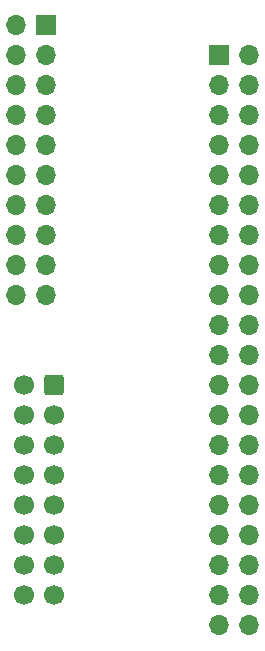
<source format=gbr>
%TF.GenerationSoftware,KiCad,Pcbnew,7.0.9*%
%TF.CreationDate,2023-12-24T18:40:11+00:00*%
%TF.ProjectId,GPIO2HUB75,4750494f-3248-4554-9237-352e6b696361,rev?*%
%TF.SameCoordinates,Original*%
%TF.FileFunction,Soldermask,Top*%
%TF.FilePolarity,Negative*%
%FSLAX46Y46*%
G04 Gerber Fmt 4.6, Leading zero omitted, Abs format (unit mm)*
G04 Created by KiCad (PCBNEW 7.0.9) date 2023-12-24 18:40:11*
%MOMM*%
%LPD*%
G01*
G04 APERTURE LIST*
G04 Aperture macros list*
%AMRoundRect*
0 Rectangle with rounded corners*
0 $1 Rounding radius*
0 $2 $3 $4 $5 $6 $7 $8 $9 X,Y pos of 4 corners*
0 Add a 4 corners polygon primitive as box body*
4,1,4,$2,$3,$4,$5,$6,$7,$8,$9,$2,$3,0*
0 Add four circle primitives for the rounded corners*
1,1,$1+$1,$2,$3*
1,1,$1+$1,$4,$5*
1,1,$1+$1,$6,$7*
1,1,$1+$1,$8,$9*
0 Add four rect primitives between the rounded corners*
20,1,$1+$1,$2,$3,$4,$5,0*
20,1,$1+$1,$4,$5,$6,$7,0*
20,1,$1+$1,$6,$7,$8,$9,0*
20,1,$1+$1,$8,$9,$2,$3,0*%
G04 Aperture macros list end*
%ADD10RoundRect,0.250000X0.600000X0.600000X-0.600000X0.600000X-0.600000X-0.600000X0.600000X-0.600000X0*%
%ADD11C,1.700000*%
%ADD12O,1.700000X1.700000*%
%ADD13R,1.700000X1.700000*%
G04 APERTURE END LIST*
D10*
%TO.C,J3*%
X107950000Y-81280000D03*
D11*
X105410000Y-81280000D03*
X107950000Y-83820000D03*
X105410000Y-83820000D03*
X107950000Y-86360000D03*
X105410000Y-86360000D03*
X107950000Y-88900000D03*
X105410000Y-88900000D03*
X107950000Y-91440000D03*
X105410000Y-91440000D03*
X107950000Y-93980000D03*
X105410000Y-93980000D03*
X107950000Y-96520000D03*
X105410000Y-96520000D03*
X107950000Y-99060000D03*
X105410000Y-99060000D03*
%TD*%
D12*
%TO.C,J2*%
X124460000Y-101600000D03*
X121920000Y-101600000D03*
X124460000Y-99060000D03*
X121920000Y-99060000D03*
X124460000Y-96520000D03*
X121920000Y-96520000D03*
X124460000Y-93980000D03*
X121920000Y-93980000D03*
X124460000Y-91440000D03*
X121920000Y-91440000D03*
X124460000Y-88900000D03*
X121920000Y-88900000D03*
X124460000Y-86360000D03*
X121920000Y-86360000D03*
X124460000Y-83820000D03*
X121920000Y-83820000D03*
X124460000Y-81280000D03*
X121920000Y-81280000D03*
X124460000Y-78740000D03*
X121920000Y-78740000D03*
X124460000Y-76200000D03*
X121920000Y-76200000D03*
X124460000Y-73660000D03*
X121920000Y-73660000D03*
X124460000Y-71120000D03*
X121920000Y-71120000D03*
X124460000Y-68580000D03*
X121920000Y-68580000D03*
X124460000Y-66040000D03*
X121920000Y-66040000D03*
X124460000Y-63500000D03*
X121920000Y-63500000D03*
X124460000Y-60960000D03*
X121920000Y-60960000D03*
X124460000Y-58420000D03*
X121920000Y-58420000D03*
X124460000Y-55880000D03*
X121920000Y-55880000D03*
X124460000Y-53340000D03*
D13*
X121920000Y-53340000D03*
%TD*%
%TO.C,J1*%
X107315000Y-50800000D03*
D12*
X104775000Y-50800000D03*
X107315000Y-53340000D03*
X104775000Y-53340000D03*
X107315000Y-55880000D03*
X104775000Y-55880000D03*
X107315000Y-58420000D03*
X104775000Y-58420000D03*
X107315000Y-60960000D03*
X104775000Y-60960000D03*
X107315000Y-63500000D03*
X104775000Y-63500000D03*
X107315000Y-66040000D03*
X104775000Y-66040000D03*
X107315000Y-68580000D03*
X104775000Y-68580000D03*
X107315000Y-71120000D03*
X104775000Y-71120000D03*
X107315000Y-73660000D03*
X104775000Y-73660000D03*
%TD*%
M02*

</source>
